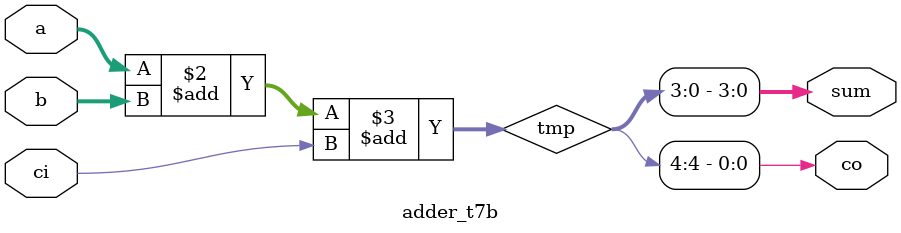
<source format=v>
module adder_t7a (co, sum, a, b, ci);
  output co;
  output [3:0] sum;
  input [3:0] a, b;
  input ci;
  reg co;
  reg [3:0] sum;
  reg [4:0] tmp;
  always @(a or b or ci) begin
    #12 tmp = a + b + ci;
      {co, sum} = tmp;
  end
endmodule

module adder_t7b (co, sum, a, b, ci);
  output co;
  output [3:0] sum;
  input [3:0] a, b;
  input ci;
  reg co;
  reg [3:0] sum;
  reg [4:0] tmp;
  always @(a or b or ci) begin
      tmp = a + b + ci;
    #12 {co, sum} = tmp;
  end
endmodule
</source>
